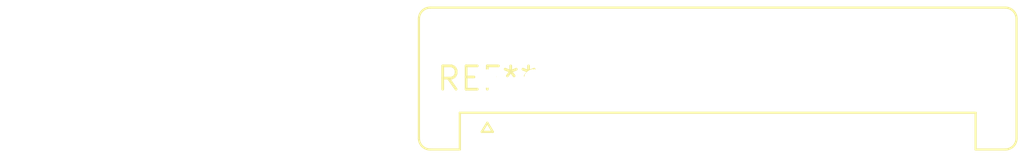
<source format=kicad_pcb>
(kicad_pcb (version 20240108) (generator pcbnew)
  (layers (0 "F.Cu" signal) (31 "B.Cu" signal) (34 "B.Paste" user) (35 "F.Paste" user) (36 "B.SilkS" user "B.Silkscreen") (37 "F.SilkS" user "F.Silkscreen") (38 "B.Mask" user) (39 "F.Mask" user) (44 "Edge.Cuts" user))
  (net 0 "")
  (footprint "Stocko_MKS_1661-6-0-1111_1x11_P2.50mm_Vertical" (layer "F.Cu") (at 0 0)
    (property "Reference" "REF**")
    (property "Value" "Stocko_MKS_1661-6-0-1111_1x11_P2.50mm_Vertical")
    (fp_line (start -3.71 -3.25) (end -3.71 3.25) (layer "F.SilkS") (stroke (width 0.12)))
    (fp_line (start -3.1 -3.86) (end 28.1 -3.86) (layer "F.SilkS") (stroke (width 0.12)))
    (fp_line (start -3.1 3.86) (end -1.49 3.86) (layer "F.SilkS") (stroke (width 0.12)))
    (fp_line (start -1.49 1.86) (end 26.49 1.86) (layer "F.SilkS") (stroke (width 0.12)))
    (fp_line (start -1.49 3.86) (end -1.49 1.86) (layer "F.SilkS") (stroke (width 0.12)))
    (fp_line (start -0.3 2.9) (end 0.3 2.9) (layer "F.SilkS") (stroke (width 0.12)))
    (fp_line (start 0 2.4) (end -0.3 2.9) (layer "F.SilkS") (stroke (width 0.12)))
    (fp_line (start 0.3 2.9) (end 0 2.4) (layer "F.SilkS") (stroke (width 0.12)))
    (fp_line (start 26.49 3.86) (end 26.49 1.86) (layer "F.SilkS") (stroke (width 0.12)))
    (fp_line (start 28.1 3.86) (end 26.49 3.86) (layer "F.SilkS") (stroke (width 0.12)))
    (fp_line (start 28.71 -3.25) (end 28.71 3.25) (layer "F.SilkS") (stroke (width 0.12)))
    (fp_arc (start -3.71 -3.25) (mid -3.531335 -3.681335) (end -3.1 -3.86) (layer "F.SilkS") (stroke (width 0.12)))
    (fp_arc (start -3.1 3.86) (mid -3.531335 3.681335) (end -3.71 3.25) (layer "F.SilkS") (stroke (width 0.12)))
    (fp_arc (start 28.1 -3.86) (mid 28.531335 -3.681335) (end 28.71 -3.25) (layer "F.SilkS") (stroke (width 0.12)))
    (fp_arc (start 28.71 3.25) (mid 28.531335 3.681335) (end 28.1 3.86) (layer "F.SilkS") (stroke (width 0.12)))
    (pad "1" thru_hole roundrect (at 0 0) (size 1.5 2) (drill 1) (layers *.Cu *.Mask) (remove_unused_layers))
    (pad "2" thru_hole oval (at 2.5 0) (size 1.5 2) (drill 1) (layers *.Cu *.Mask) (remove_unused_layers))
    (pad "3" thru_hole oval (at 5 0) (size 1.5 2) (drill 1) (layers *.Cu *.Mask) (remove_unused_layers))
    (pad "4" thru_hole oval (at 7.5 0) (size 1.5 2) (drill 1) (layers *.Cu *.Mask) (remove_unused_layers))
    (pad "5" thru_hole oval (at 10 0) (size 1.5 2) (drill 1) (layers *.Cu *.Mask) (remove_unused_layers))
    (pad "6" thru_hole oval (at 12.5 0) (size 1.5 2) (drill 1) (layers *.Cu *.Mask) (remove_unused_layers))
    (pad "7" thru_hole oval (at 15 0) (size 1.5 2) (drill 1) (layers *.Cu *.Mask) (remove_unused_layers))
    (pad "8" thru_hole oval (at 17.5 0) (size 1.5 2) (drill 1) (layers *.Cu *.Mask) (remove_unused_layers))
    (pad "9" thru_hole oval (at 20 0) (size 1.5 2) (drill 1) (layers *.Cu *.Mask) (remove_unused_layers))
    (pad "10" thru_hole oval (at 22.5 0) (size 1.5 2) (drill 1) (layers *.Cu *.Mask) (remove_unused_layers))
    (pad "11" thru_hole oval (at 25 0) (size 1.5 2) (drill 1) (layers *.Cu *.Mask) (remove_unused_layers))
  )
)
</source>
